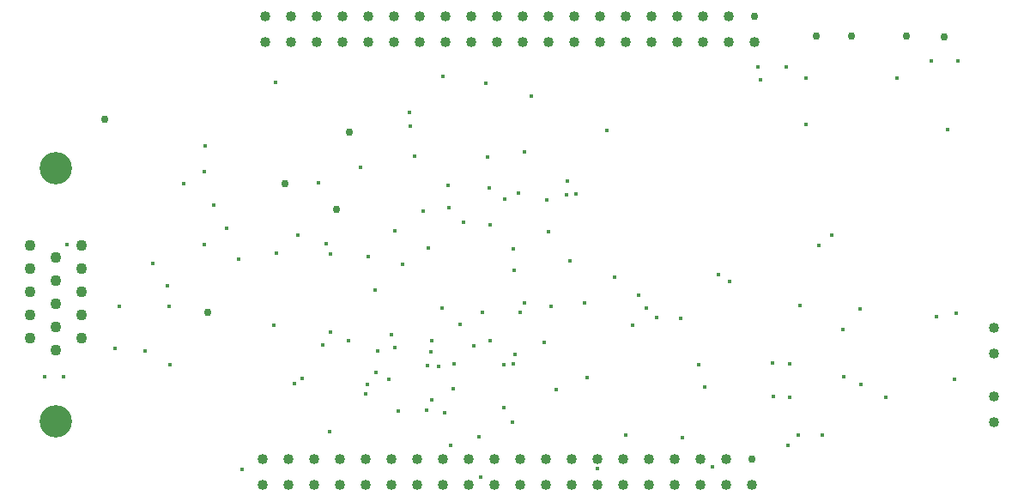
<source format=gbr>
G04 PROTEUS GERBER X2 FILE*
%TF.GenerationSoftware,Labcenter,Proteus,8.16-SP3-Build36097*%
%TF.CreationDate,2025-11-07T09:35:32+00:00*%
%TF.FileFunction,Plated,1,2,PTH*%
%TF.FilePolarity,Positive*%
%TF.Part,Single*%
%TF.SameCoordinates,{b300ba1a-dc7e-4a19-be50-5429eaf46598}*%
%FSLAX45Y45*%
%MOMM*%
G01*
%TA.AperFunction,ViaDrill*%
%ADD81C,0.381000*%
%TA.AperFunction,ComponentDrill*%
%ADD82C,1.100000*%
%ADD83C,3.200000*%
%TA.AperFunction,ComponentDrill*%
%ADD84C,0.762000*%
%ADD85C,1.016000*%
%TD.AperFunction*%
D81*
X+3522473Y+3335782D03*
X+2683448Y+4172581D03*
X+5587308Y+2412163D03*
X+7463624Y+4199309D03*
X+5454113Y+1145913D03*
X+4389521Y+3157243D03*
X+4797295Y+1628178D03*
X+6135680Y+693587D03*
X+6913343Y+1171846D03*
X+6860269Y+1385121D03*
X+9415560Y+4388170D03*
X+9152516Y+4384780D03*
X+409403Y+1271224D03*
X+589942Y+1271224D03*
X+3220302Y+726250D03*
X+3225776Y+1714331D03*
X+3400948Y+1626745D03*
X+8170263Y+2666630D03*
X+6264322Y+2074988D03*
X+5017125Y+824990D03*
X+7050000Y+2278581D03*
X+8040000Y+2565062D03*
X+4642353Y+1575016D03*
X+4008396Y+3879587D03*
X+4776959Y+3438361D03*
X+4790488Y+3131784D03*
X+4945721Y+3019242D03*
X+4016572Y+3742426D03*
X+5032168Y+2534443D03*
X+5038561Y+2323487D03*
X+5362453Y+3016020D03*
X+5756011Y+1264435D03*
X+4395977Y+2935343D03*
X+5400942Y+1964401D03*
X+5135671Y+1998762D03*
X+5549844Y+3068502D03*
X+4800945Y+2772184D03*
X+4535656Y+2798995D03*
X+1645307Y+1386315D03*
X+1097600Y+1546573D03*
X+1399002Y+1522826D03*
X+2667000Y+1778000D03*
X+1778000Y+3175000D03*
X+8280262Y+1732984D03*
X+9378130Y+1245718D03*
X+5100345Y+1906461D03*
X+4721640Y+1908360D03*
X+1142496Y+1967631D03*
X+1632397Y+1964511D03*
X+7917680Y+4218487D03*
X+7723982Y+4326588D03*
X+7445714Y+4326588D03*
X+627112Y+2577281D03*
X+5079046Y+3082077D03*
X+5379500Y+2698521D03*
X+5136580Y+3486942D03*
X+3861883Y+2709188D03*
X+8814674Y+4214458D03*
X+9315177Y+3711750D03*
X+7917680Y+3763296D03*
X+5643942Y+3071392D03*
X+5559726Y+3199219D03*
X+2694864Y+2492250D03*
X+2199970Y+2739001D03*
X+1979706Y+2577288D03*
X+2317072Y+2429059D03*
X+3596000Y+2454000D03*
X+8446010Y+1936893D03*
X+7859467Y+1975985D03*
X+4334316Y+4232578D03*
X+1985944Y+3549709D03*
X+1984785Y+3292043D03*
X+2074538Y+2961419D03*
X+2904693Y+2665456D03*
X+3890290Y+935223D03*
X+4173000Y+944419D03*
X+4323949Y+1946071D03*
X+4294447Y+1373070D03*
X+4443991Y+1396399D03*
X+4694365Y+681876D03*
X+4705604Y+282894D03*
X+6205000Y+1775000D03*
X+9396376Y+1900894D03*
X+7758524Y+1066269D03*
X+7758524Y+1398926D03*
X+6684083Y+1843580D03*
X+6441408Y+1852881D03*
X+6344421Y+1949868D03*
X+8079138Y+694651D03*
X+7596350Y+1073774D03*
X+7586945Y+1403712D03*
X+9201515Y+1866180D03*
X+7160000Y+2210000D03*
X+3109312Y+3186552D03*
X+1475092Y+2389904D03*
X+4501962Y+1783870D03*
X+4224371Y+1041698D03*
X+4350312Y+912601D03*
X+2945409Y+1254433D03*
X+3694485Y+1525139D03*
X+4223210Y+1623828D03*
X+3152478Y+1585089D03*
X+4136517Y+2904475D03*
X+2867002Y+1202625D03*
X+3588847Y+1191790D03*
X+3800000Y+1248581D03*
X+3670328Y+1312881D03*
X+3863459Y+1558355D03*
X+4216520Y+1520000D03*
X+3824278Y+1688121D03*
X+4181932Y+1377530D03*
X+3576775Y+1097653D03*
X+3661969Y+2124076D03*
X+3227478Y+2483744D03*
X+4191000Y+2540000D03*
X+4935437Y+1393507D03*
X+5046712Y+1490493D03*
X+5728880Y+2000360D03*
X+5335402Y+1606882D03*
X+6027314Y+2250000D03*
X+5029418Y+1396512D03*
X+4940000Y+970000D03*
X+1619423Y+2171680D03*
X+3180518Y+2585604D03*
X+3940000Y+2380000D03*
X+2357075Y+352925D03*
X+4407678Y+597679D03*
X+4435870Y+1152037D03*
X+8706362Y+1068933D03*
X+5860466Y+364086D03*
X+6700000Y+670000D03*
X+7735708Y+591834D03*
X+8287761Y+1274589D03*
X+8459498Y+1191287D03*
X+7842501Y+697911D03*
X+6995451Y+381898D03*
X+4057153Y+3446562D03*
X+4755487Y+4162991D03*
X+5210912Y+4036665D03*
X+5952581Y+3699421D03*
D82*
X+769400Y+1648000D03*
X+769400Y+1877000D03*
X+769400Y+2106000D03*
X+769400Y+2335000D03*
X+769400Y+2564000D03*
X+515400Y+1534000D03*
X+515400Y+1762000D03*
X+515400Y+1992000D03*
X+515400Y+2220000D03*
X+515400Y+2450000D03*
X+261400Y+1648000D03*
X+261400Y+1877000D03*
X+261400Y+2106000D03*
X+261400Y+2335000D03*
X+261400Y+2564000D03*
D83*
X+515400Y+832000D03*
X+515400Y+3330000D03*
D84*
X+7408000Y+4823000D03*
D85*
X+7154000Y+4823000D03*
X+6900000Y+4823000D03*
X+6646000Y+4823000D03*
X+6392000Y+4823000D03*
X+6138000Y+4823000D03*
X+5884000Y+4823000D03*
X+5630000Y+4823000D03*
X+5376000Y+4823000D03*
X+5122000Y+4823000D03*
X+4868000Y+4823000D03*
X+4614000Y+4823000D03*
X+4360000Y+4823000D03*
X+4106000Y+4823000D03*
X+3852000Y+4823000D03*
X+3598000Y+4823000D03*
X+3344000Y+4823000D03*
X+3090000Y+4823000D03*
X+2836000Y+4823000D03*
X+2582000Y+4823000D03*
X+2582000Y+4569000D03*
X+2836000Y+4569000D03*
X+3090000Y+4569000D03*
X+3344000Y+4569000D03*
X+3598000Y+4569000D03*
X+3852000Y+4569000D03*
X+4106000Y+4569000D03*
X+4360000Y+4569000D03*
X+4614000Y+4569000D03*
X+4868000Y+4569000D03*
X+5122000Y+4569000D03*
X+5376000Y+4569000D03*
X+5630000Y+4569000D03*
X+5884000Y+4569000D03*
X+6138000Y+4569000D03*
X+6392000Y+4569000D03*
X+6646000Y+4569000D03*
X+6900000Y+4569000D03*
X+7154000Y+4569000D03*
X+7408000Y+4569000D03*
X+9773700Y+822500D03*
X+9773700Y+1076500D03*
X+9773700Y+1495600D03*
X+9773700Y+1749600D03*
D84*
X+8021100Y+4632500D03*
X+8364000Y+4632500D03*
X+8910100Y+4632500D03*
X+9278400Y+4619800D03*
X+2014000Y+1902000D03*
X+2776000Y+3172000D03*
X+3411000Y+3680000D03*
X+3284000Y+2918000D03*
X+998000Y+3807000D03*
X+7380000Y+457571D03*
D85*
X+7126000Y+457571D03*
X+6872000Y+457571D03*
X+6618000Y+457571D03*
X+6364000Y+457571D03*
X+6110000Y+457571D03*
X+5856000Y+457571D03*
X+5602000Y+457571D03*
X+5348000Y+457571D03*
X+5094000Y+457571D03*
X+4840000Y+457571D03*
X+4586000Y+457571D03*
X+4332000Y+457571D03*
X+4078000Y+457571D03*
X+3824000Y+457571D03*
X+3570000Y+457571D03*
X+3316000Y+457571D03*
X+3062000Y+457571D03*
X+2808000Y+457571D03*
X+2554000Y+457571D03*
X+2554000Y+203571D03*
X+2808000Y+203571D03*
X+3062000Y+203571D03*
X+3316000Y+203571D03*
X+3570000Y+203571D03*
X+3824000Y+203571D03*
X+4078000Y+203571D03*
X+4332000Y+203571D03*
X+4586000Y+203571D03*
X+4840000Y+203571D03*
X+5094000Y+203571D03*
X+5348000Y+203571D03*
X+5602000Y+203571D03*
X+5856000Y+203571D03*
X+6110000Y+203571D03*
X+6364000Y+203571D03*
X+6618000Y+203571D03*
X+6872000Y+203571D03*
X+7126000Y+203571D03*
X+7380000Y+203571D03*
M02*

</source>
